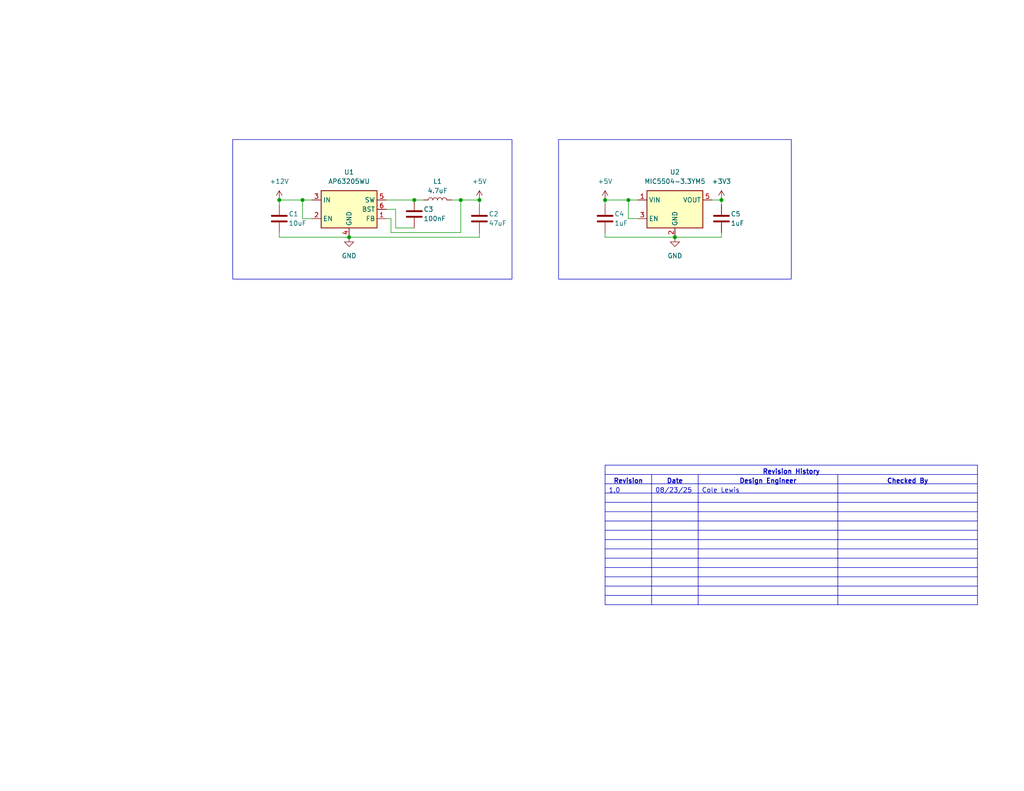
<source format=kicad_sch>
(kicad_sch (version 20250114) (generator "eeschema") (generator_version "9.0")
  (paper "A")
  (title_block (title "${PROJECTNAME}") (date "2025-08-21") (rev "1.0") (company "Formula Slug"))
  (lib_symbols
    (symbol "Device:C" (pin_numbers (hide yes)) (pin_names (offset 0.254))
      (property "Reference" "C" (at 0.635 2.54 0))
      (property "Value" "C" (at 0.635 -2.54 0))
      (symbol "C_0_1"
        (polyline (pts (xy -2.032 0.762) (xy 2.032 0.762)) (stroke (width 0.508)))
        (polyline (pts (xy -2.032 -0.762) (xy 2.032 -0.762)) (stroke (width 0.508)))
      )
      (symbol "C_1_1"
        (pin passive line (at 0 3.81 270) (length 2.794) (name "~") (number "1"))
        (pin passive line (at 0 -3.81 90) (length 2.794) (name "~") (number "2"))
      )
    )
    (symbol "Device:L" (pin_numbers (hide yes)) (pin_names (offset 1.016) (hide yes))
      (property "Reference" "L" (at -1.27 0 90))
      (property "Value" "L" (at 1.905 0 90))
      (symbol "L_0_1"
        (arc (start 0 2.54) (mid 0.6323 1.905) (end 0 1.27))
        (arc (start 0 1.27) (mid 0.6323 0.635) (end 0 0))
        (arc (start 0 0) (mid 0.6323 -0.635) (end 0 -1.27))
        (arc (start 0 -1.27) (mid 0.6323 -1.905) (end 0 -2.54))
      )
      (symbol "L_1_1"
        (pin passive line (at 0 3.81 270) (length 1.27) (name "1") (number "1"))
        (pin passive line (at 0 -3.81 90) (length 1.27) (name "2") (number "2"))
      )
    )
    (symbol "Regulator_Linear:MIC5504-3.3YM5"
      (property "Reference" "U" (at -7.62 8.89 0))
      (property "Value" "MIC5504-3.3YM5" (at -7.62 6.35 0))
      (symbol "MIC5504-3.3YM5_0_1"
        (rectangle (start -7.62 -5.08) (end 7.62 5.08) (stroke (width 0.254)) (fill (type background)))
      )
      (symbol "MIC5504-3.3YM5_1_1"
        (pin power_in line (at -10.16 2.54 0) (length 2.54) (name "VIN") (number "1"))
        (pin input line (at -10.16 -2.54 0) (length 2.54) (name "EN") (number "3"))
        (pin power_in line (at 0 -7.62 90) (length 2.54) (name "GND") (number "2"))
        (pin no_connect line (at 7.62 -2.54 180) (length 2.54) (hide yes) (name "NC") (number "4"))
        (pin power_out line (at 10.16 2.54 180) (length 2.54) (name "VOUT") (number "5"))
      )
    )
    (symbol "Regulator_Switching:AP63205WU"
      (property "Reference" "U" (at -7.62 6.35 0))
      (property "Value" "AP63205WU" (at 2.54 6.35 0))
      (symbol "AP63205WU_0_1"
        (rectangle (start -7.62 5.08) (end 7.62 -5.08) (stroke (width 0.254)) (fill (type background)))
      )
      (symbol "AP63205WU_1_1"
        (pin power_in line (at -10.16 2.54 0) (length 2.54) (name "IN") (number "3"))
        (pin input line (at -10.16 -2.54 0) (length 2.54) (name "EN") (number "2"))
        (pin power_in line (at 0 -7.62 90) (length 2.54) (name "GND") (number "4"))
        (pin output line (at 10.16 2.54 180) (length 2.54) (name "SW") (number "5"))
        (pin passive line (at 10.16 0 180) (length 2.54) (name "BST") (number "6"))
        (pin input line (at 10.16 -2.54 180) (length 2.54) (name "FB") (number "1"))
      )
    )
    (symbol "power:+12V" (power) (pin_numbers (hide yes)) (pin_names (offset 0) (hide yes))
      (property "Value" "+12V" (at 0 3.556 0))
      (symbol "+12V_0_1"
        (polyline (pts (xy -0.762 1.27) (xy 0 2.54)))
        (polyline (pts (xy 0 2.54) (xy 0.762 1.27)))
        (polyline (pts (xy 0 0) (xy 0 2.54)))
      )
      (symbol "+12V_1_1"
        (pin power_in line (at 0 0 90) (length 0) (name "~") (number "1"))
      )
    )
    (symbol "power:+3V3" (power) (pin_numbers (hide yes)) (pin_names (offset 0) (hide yes))
      (property "Value" "+3V3" (at 0 3.556 0))
      (symbol "+3V3_0_1"
        (polyline (pts (xy -0.762 1.27) (xy 0 2.54)))
        (polyline (pts (xy 0 2.54) (xy 0.762 1.27)))
        (polyline (pts (xy 0 0) (xy 0 2.54)))
      )
      (symbol "+3V3_1_1"
        (pin power_in line (at 0 0 90) (length 0) (name "~") (number "1"))
      )
    )
    (symbol "power:+5V" (power) (pin_numbers (hide yes)) (pin_names (offset 0) (hide yes))
      (property "Value" "+5V" (at 0 3.556 0))
      (symbol "+5V_0_1"
        (polyline (pts (xy -0.762 1.27) (xy 0 2.54)))
        (polyline (pts (xy 0 2.54) (xy 0.762 1.27)))
        (polyline (pts (xy 0 0) (xy 0 2.54)))
      )
      (symbol "+5V_1_1"
        (pin power_in line (at 0 0 90) (length 0) (name "~") (number "1"))
      )
    )
    (symbol "power:GND" (power) (pin_numbers (hide yes)) (pin_names (offset 0) (hide yes))
      (property "Value" "GND" (at 0 -3.81 0))
      (symbol "GND_0_1"
        (polyline (pts (xy 0 0) (xy 0 -1.27) (xy 1.27 -1.27) (xy 0 -2.54) (xy -1.27 -1.27) (xy 0 -1.27)))
      )
      (symbol "GND_1_1"
        (pin power_in line (at 0 0 270) (length 0) (name "~") (number "1"))
      )
    )
  )
  (rectangle (start 152.4 38.1) (end 215.9 76.2))
  (rectangle (start 63.5 38.1) (end 139.7 76.2))
  (junction (at 113.03 54.61))
  (junction (at 165.1 54.61))
  (junction (at 171.45 54.61))
  (junction (at 184.15 64.77))
  (junction (at 76.2 54.61))
  (junction (at 125.73 54.61))
  (junction (at 196.85 54.61))
  (junction (at 130.81 54.61))
  (junction (at 82.55 54.61))
  (junction (at 95.25 64.77))
  (wire (pts (xy 165.1 63.5) (xy 165.1 64.77)))
  (wire (pts (xy 106.68 63.5) (xy 125.73 63.5)))
  (wire (pts (xy 165.1 54.61) (xy 165.1 55.88)))
  (wire (pts (xy 76.2 63.5) (xy 76.2 64.77)))
  (wire (pts (xy 196.85 55.88) (xy 196.85 54.61)))
  (wire (pts (xy 130.81 55.88) (xy 130.81 54.61)))
  (wire (pts (xy 113.03 54.61) (xy 115.57 54.61)))
  (wire (pts (xy 130.81 54.61) (xy 125.73 54.61)))
  (wire (pts (xy 106.68 59.69) (xy 105.41 59.69)))
  (wire (pts (xy 196.85 63.5) (xy 196.85 64.77)))
  (wire (pts (xy 105.41 54.61) (xy 113.03 54.61)))
  (wire (pts (xy 107.95 62.23) (xy 107.95 57.15)))
  (wire (pts (xy 82.55 54.61) (xy 82.55 59.69)))
  (wire (pts (xy 165.1 64.77) (xy 184.15 64.77)))
  (wire (pts (xy 95.25 64.77) (xy 130.81 64.77)))
  (wire (pts (xy 173.99 54.61) (xy 171.45 54.61)))
  (wire (pts (xy 130.81 63.5) (xy 130.81 64.77)))
  (wire (pts (xy 171.45 59.69) (xy 171.45 54.61)))
  (wire (pts (xy 196.85 54.61) (xy 194.31 54.61)))
  (wire (pts (xy 173.99 59.69) (xy 171.45 59.69)))
  (wire (pts (xy 107.95 62.23) (xy 113.03 62.23)))
  (wire (pts (xy 76.2 64.77) (xy 95.25 64.77)))
  (wire (pts (xy 196.85 64.77) (xy 184.15 64.77)))
  (wire (pts (xy 107.95 57.15) (xy 105.41 57.15)))
  (wire (pts (xy 82.55 54.61) (xy 76.2 54.61)))
  (wire (pts (xy 106.68 63.5) (xy 106.68 59.69)))
  (wire (pts (xy 76.2 54.61) (xy 76.2 55.88)))
  (wire (pts (xy 125.73 54.61) (xy 125.73 63.5)))
  (wire (pts (xy 123.19 54.61) (xy 125.73 54.61)))
  (wire (pts (xy 82.55 59.69) (xy 85.09 59.69)))
  (wire (pts (xy 85.09 54.61) (xy 82.55 54.61)))
  (wire (pts (xy 165.1 54.61) (xy 171.45 54.61)))
  (table (column_count 4) (border (external yes) (header yes)) (separators (rows yes) (cols yes)) (column_widths 12.7 12.7 38.1 38.1) (row_heights 2.54 2.54 2.54 2.54 2.54 2.54 2.54 2.54 2.54 2.54 2.54 2.54 2.54 2.54 2.54) (cells (table_cell "Revision History" (at 165.1 127 0) (size 101.6 2.54) (margins 0.9525 0.9525 0.9525 0.9525) (span 4 1)) (table_cell "" (at 177.8 127 0) (size 12.7 2.54) (margins 0.9525 0.9525 0.9525 0.9525) (span 0 0)) (table_cell "" (at 190.5 127 0) (size 38.1 2.54) (margins 0.9525 0.9525 0.9525 0.9525) (span 0 0)) (table_cell "" (at 228.6 127 0) (size 38.1 2.54) (margins 0.9525 0.9525 0.9525 0.9525) (span 0 0)) (table_cell "Revision" (at 165.1 129.54 0) (size 12.7 2.54) (margins 0.9525 0.9525 0.9525 0.9525) (span 1 1)) (table_cell "Date" (at 177.8 129.54 0) (size 12.7 2.54) (margins 0.9525 0.9525 0.9525 0.9525) (span 1 1)) (table_cell "Design Engineer" (at 190.5 129.54 0) (size 38.1 2.54) (margins 0.9525 0.9525 0.9525 0.9525) (span 1 1)) (table_cell "Checked By" (at 228.6 129.54 0) (size 38.1 2.54) (margins 0.9525 0.9525 0.9525 0.9525) (span 1 1)) (table_cell "1.0" (at 165.1 132.08 0) (size 12.7 2.54) (margins 0.9525 0.9525 0.9525 0.9525) (span 1 1)) (table_cell "08/23/25" (at 177.8 132.08 0) (size 12.7 2.54) (margins 0.9525 0.9525 0.9525 0.9525) (span 1 1)) (table_cell "Cole Lewis" (at 190.5 132.08 0) (size 38.1 2.54) (margins 0.9525 0.9525 0.9525 0.9525) (span 1 1)) (table_cell "" (at 228.6 132.08 0) (size 38.1 2.54) (margins 0.9525 0.9525 0.9525 0.9525) (span 1 1)) (table_cell "" (at 165.1 134.62 0) (size 12.7 2.54) (margins 0.9525 0.9525 0.9525 0.9525) (span 1 1)) (table_cell "" (at 177.8 134.62 0) (size 12.7 2.54) (margins 0.9525 0.9525 0.9525 0.9525) (span 1 1)) (table_cell "" (at 190.5 134.62 0) (size 38.1 2.54) (margins 0.9525 0.9525 0.9525 0.9525) (span 1 1)) (table_cell "" (at 228.6 134.62 0) (size 38.1 2.54) (margins 0.9525 0.9525 0.9525 0.9525) (span 1 1)) (table_cell "" (at 165.1 137.16 0) (size 12.7 2.54) (margins 0.9525 0.9525 0.9525 0.9525) (span 1 1)) (table_cell "" (at 177.8 137.16 0) (size 12.7 2.54) (margins 0.9525 0.9525 0.9525 0.9525) (span 1 1)) (table_cell "" (at 190.5 137.16 0) (size 38.1 2.54) (margins 0.9525 0.9525 0.9525 0.9525) (span 1 1)) (table_cell "" (at 228.6 137.16 0) (size 38.1 2.54) (margins 0.9525 0.9525 0.9525 0.9525) (span 1 1)) (table_cell "" (at 165.1 139.7 0) (size 12.7 2.54) (margins 0.9525 0.9525 0.9525 0.9525) (span 1 1)) (table_cell "" (at 177.8 139.7 0) (size 12.7 2.54) (margins 0.9525 0.9525 0.9525 0.9525) (span 1 1)) (table_cell "" (at 190.5 139.7 0) (size 38.1 2.54) (margins 0.9525 0.9525 0.9525 0.9525) (span 1 1)) (table_cell "" (at 228.6 139.7 0) (size 38.1 2.54) (margins 0.9525 0.9525 0.9525 0.9525) (span 1 1)) (table_cell "" (at 165.1 142.24 0) (size 12.7 2.54) (margins 0.9525 0.9525 0.9525 0.9525) (span 1 1)) (table_cell "" (at 177.8 142.24 0) (size 12.7 2.54) (margins 0.9525 0.9525 0.9525 0.9525) (span 1 1)) (table_cell "" (at 190.5 142.24 0) (size 38.1 2.54) (margins 0.9525 0.9525 0.9525 0.9525) (span 1 1)) (table_cell "" (at 228.6 142.24 0) (size 38.1 2.54) (margins 0.9525 0.9525 0.9525 0.9525) (span 1 1)) (table_cell "" (at 165.1 144.78 0) (size 12.7 2.54) (margins 0.9525 0.9525 0.9525 0.9525) (span 1 1)) (table_cell "" (at 177.8 144.78 0) (size 12.7 2.54) (margins 0.9525 0.9525 0.9525 0.9525) (span 1 1)) (table_cell "" (at 190.5 144.78 0) (size 38.1 2.54) (margins 0.9525 0.9525 0.9525 0.9525) (span 1 1)) (table_cell "" (at 228.6 144.78 0) (size 38.1 2.54) (margins 0.9525 0.9525 0.9525 0.9525) (span 1 1)) (table_cell "" (at 165.1 147.32 0) (size 12.7 2.54) (margins 0.9525 0.9525 0.9525 0.9525) (span 1 1)) (table_cell "" (at 177.8 147.32 0) (size 12.7 2.54) (margins 0.9525 0.9525 0.9525 0.9525) (span 1 1)) (table_cell "" (at 190.5 147.32 0) (size 38.1 2.54) (margins 0.9525 0.9525 0.9525 0.9525) (span 1 1)) (table_cell "" (at 228.6 147.32 0) (size 38.1 2.54) (margins 0.9525 0.9525 0.9525 0.9525) (span 1 1)) (table_cell "" (at 165.1 149.86 0) (size 12.7 2.54) (margins 0.9525 0.9525 0.9525 0.9525) (span 1 1)) (table_cell "" (at 177.8 149.86 0) (size 12.7 2.54) (margins 0.9525 0.9525 0.9525 0.9525) (span 1 1)) (table_cell "" (at 190.5 149.86 0) (size 38.1 2.54) (margins 0.9525 0.9525 0.9525 0.9525) (span 1 1)) (table_cell "" (at 228.6 149.86 0) (size 38.1 2.54) (margins 0.9525 0.9525 0.9525 0.9525) (span 1 1)) (table_cell "" (at 165.1 152.4 0) (size 12.7 2.54) (margins 0.9525 0.9525 0.9525 0.9525) (span 1 1)) (table_cell "" (at 177.8 152.4 0) (size 12.7 2.54) (margins 0.9525 0.9525 0.9525 0.9525) (span 1 1)) (table_cell "" (at 190.5 152.4 0) (size 38.1 2.54) (margins 0.9525 0.9525 0.9525 0.9525) (span 1 1)) (table_cell "" (at 228.6 152.4 0) (size 38.1 2.54) (margins 0.9525 0.9525 0.9525 0.9525) (span 1 1)) (table_cell "" (at 165.1 154.94 0) (size 12.7 2.54) (margins 0.9525 0.9525 0.9525 0.9525) (span 1 1)) (table_cell "" (at 177.8 154.94 0) (size 12.7 2.54) (margins 0.9525 0.9525 0.9525 0.9525) (span 1 1)) (table_cell "" (at 190.5 154.94 0) (size 38.1 2.54) (margins 0.9525 0.9525 0.9525 0.9525) (span 1 1)) (table_cell "" (at 228.6 154.94 0) (size 38.1 2.54) (margins 0.9525 0.9525 0.9525 0.9525) (span 1 1)) (table_cell "" (at 165.1 157.48 0) (size 12.7 2.54) (margins 0.9525 0.9525 0.9525 0.9525) (span 1 1)) (table_cell "" (at 177.8 157.48 0) (size 12.7 2.54) (margins 0.9525 0.9525 0.9525 0.9525) (span 1 1)) (table_cell "" (at 190.5 157.48 0) (size 38.1 2.54) (margins 0.9525 0.9525 0.9525 0.9525) (span 1 1)) (table_cell "" (at 228.6 157.48 0) (size 38.1 2.54) (margins 0.9525 0.9525 0.9525 0.9525) (span 1 1)) (table_cell "" (at 165.1 160.02 0) (size 12.7 2.54) (margins 0.9525 0.9525 0.9525 0.9525) (span 1 1)) (table_cell "" (at 177.8 160.02 0) (size 12.7 2.54) (margins 0.9525 0.9525 0.9525 0.9525) (span 1 1)) (table_cell "" (at 190.5 160.02 0) (size 38.1 2.54) (margins 0.9525 0.9525 0.9525 0.9525) (span 1 1)) (table_cell "" (at 228.6 160.02 0) (size 38.1 2.54) (margins 0.9525 0.9525 0.9525 0.9525) (span 1 1)) (table_cell "" (at 165.1 162.56 0) (size 12.7 2.54) (margins 0.9525 0.9525 0.9525 0.9525) (span 1 1)) (table_cell "" (at 177.8 162.56 0) (size 12.7 2.54) (margins 0.9525 0.9525 0.9525 0.9525) (span 1 1)) (table_cell "" (at 190.5 162.56 0) (size 38.1 2.54) (margins 0.9525 0.9525 0.9525 0.9525) (span 1 1)) (table_cell "" (at 228.6 162.56 0) (size 38.1 2.54) (margins 0.9525 0.9525 0.9525 0.9525) (span 1 1))))
  (symbol (lib_id "Device:C") (at 130.81 59.69 180) (unit 1)
    (property "Reference" "C2" (at 133.35 58.42 0) (effects (justify right)))
    (property "Value" "47uF" (at 133.35 60.96 0) (effects (justify right)))
    (property "Footprint" "Capacitor_SMD:C_0805_2012Metric_Pad1.18x1.45mm_HandSolder" (effects (hide yes)))
    (property "Datasheet" "https://mm.digikey.com/Volume0/opasdata/d220001/medias/docus/658/CL21A476MQYNNNE_Spec.pdf" (effects (hide yes)))
    (property "Description" "Unpolarized capacitor" (effects (hide yes)))
    (property "Manufacturer" "Samsung Electro-Mechanics" (effects (hide yes)))
    (property "PN" "CL21A476MQYNNNE" (effects (hide yes)))
  )
  (symbol (lib_id "Regulator_Linear:MIC5504-3.3YM5") (at 184.15 57.15 0) (unit 1)
    (property "Reference" "U2" (at 184.15 46.99 0))
    (property "Value" "MIC5504-3.3YM5" (at 184.15 49.53 0))
    (property "Footprint" "Package_TO_SOT_SMD:SOT-23-5" (effects (hide yes)))
    (property "Datasheet" "http://ww1.microchip.com/downloads/en/DeviceDoc/MIC550X.pdf" (effects (hide yes)))
    (property "Description" "300mA Low-dropout Voltage Regulator, Vout 3.3V, Vin up to 5.5V, SOT-23" (effects (hide yes)))
  )
  (symbol (lib_id "Device:C") (at 196.85 59.69 180) (unit 1)
    (property "Reference" "C5" (at 199.39 58.42 0) (effects (justify right)))
    (property "Value" "1uF" (at 199.39 60.96 0) (effects (justify right)))
    (property "Footprint" "Capacitor_SMD:C_0805_2012Metric_Pad1.18x1.45mm_HandSolder" (effects (hide yes)))
    (property "Datasheet" "https://mm.digikey.com/Volume0/opasdata/d220001/medias/docus/609/CL21B105KBFNNNE_Spec.pdf" (effects (hide yes)))
    (property "Description" "Unpolarized capacitor" (effects (hide yes)))
    (property "Manufacturer" "Samsung Electro-Mechanics" (effects (hide yes)))
    (property "PN" "CL21B105KBFNNNE" (effects (hide yes)))
  )
  (symbol (lib_id "Device:C") (at 165.1 59.69 180) (unit 1)
    (property "Reference" "C4" (at 167.64 58.42 0) (effects (justify right)))
    (property "Value" "1uF" (at 167.64 60.96 0) (effects (justify right)))
    (property "Footprint" "Capacitor_SMD:C_0805_2012Metric_Pad1.18x1.45mm_HandSolder" (effects (hide yes)))
    (property "Datasheet" "https://mm.digikey.com/Volume0/opasdata/d220001/medias/docus/609/CL21B105KBFNNNE_Spec.pdf" (effects (hide yes)))
    (property "Description" "Unpolarized capacitor" (effects (hide yes)))
    (property "Manufacturer" "Samsung Electro-Mechanics" (effects (hide yes)))
    (property "PN" "CL21B105KBFNNNE" (effects (hide yes)))
  )
  (symbol (lib_id "power:+5V") (at 130.81 54.61 0) (unit 1)
    (property "Reference" "#PWR06" (effects (hide yes)))
    (property "Value" "+5V" (at 130.81 49.53 0))
    (property "Description" "Power symbol creates a global label with name \"+5V\"" (effects (hide yes)))
  )
  (symbol (lib_id "power:GND") (at 184.15 64.77 0) (unit 1)
    (property "Reference" "#PWR03" (effects (hide yes)))
    (property "Value" "GND" (at 184.15 69.85 0))
    (property "Description" "Power symbol creates a global label with name \"GND\" , ground" (effects (hide yes)))
  )
  (symbol (lib_id "Regulator_Switching:AP63205WU") (at 95.25 57.15 0) (unit 1)
    (property "Reference" "U1" (at 95.25 46.99 0))
    (property "Value" "AP63205WU" (at 95.25 49.53 0))
    (property "Footprint" "Package_TO_SOT_SMD:TSOT-23-6" (effects (hide yes)))
    (property "Datasheet" "https://www.diodes.com/assets/Datasheets/AP63200-AP63201-AP63203-AP63205.pdf" (effects (hide yes)))
    (property "Description" "2A, 1.1MHz Buck DC/DC Converter, fixed 5.0V output voltage, TSOT-23-6" (effects (hide yes)))
  )
  (symbol (lib_id "power:+12V") (at 76.2 54.61 0) (unit 1)
    (property "Reference" "#PWR04" (effects (hide yes)))
    (property "Value" "+12V" (at 76.2 49.53 0))
    (property "Description" "Power symbol creates a global label with name \"+12V\"" (effects (hide yes)))
  )
  (symbol (lib_id "power:+3V3") (at 196.85 54.61 0) (unit 1)
    (property "Reference" "#PWR02" (effects (hide yes)))
    (property "Value" "+3V3" (at 196.85 49.53 0))
    (property "Description" "Power symbol creates a global label with name \"+3V3\"" (effects (hide yes)))
  )
  (symbol (lib_id "Device:C") (at 76.2 59.69 180) (unit 1)
    (property "Reference" "C1" (at 78.74 58.42 0) (effects (justify right)))
    (property "Value" "10uF" (at 78.74 60.96 0) (effects (justify right)))
    (property "Footprint" "Capacitor_SMD:C_0805_2012Metric_Pad1.18x1.45mm_HandSolder" (effects (hide yes)))
    (property "Datasheet" "https://mm.digikey.com/Volume0/opasdata/d220001/medias/docus/658/CL21A106KOQNNNG_Spec.pdf" (effects (hide yes)))
    (property "Description" "Unpolarized capacitor" (effects (hide yes)))
    (property "Manufacturer" "Samsung Electro-Mechanics" (effects (hide yes)))
    (property "PN" "CL21A106KOQNNNG" (effects (hide yes)))
  )
  (symbol (lib_id "power:GND") (at 95.25 64.77 0) (unit 1)
    (property "Reference" "#PWR05" (effects (hide yes)))
    (property "Value" "GND" (at 95.25 69.85 0))
    (property "Description" "Power symbol creates a global label with name \"GND\" , ground" (effects (hide yes)))
  )
  (symbol (lib_id "power:+5V") (at 165.1 54.61 0) (unit 1)
    (property "Reference" "#PWR01" (effects (hide yes)))
    (property "Value" "+5V" (at 165.1 49.53 0))
    (property "Description" "Power symbol creates a global label with name \"+5V\"" (effects (hide yes)))
  )
  (symbol (lib_id "Device:C") (at 113.03 58.42 180) (unit 1)
    (property "Reference" "C3" (at 115.57 57.15 0) (effects (justify right)))
    (property "Value" "100nF" (at 115.57 59.69 0) (effects (justify right)))
    (property "Footprint" "Capacitor_SMD:C_0805_2012Metric_Pad1.18x1.45mm_HandSolder" (effects (hide yes)))
    (property "Datasheet" "https://www.yageo.com/upload/media/product/productsearch/datasheet/mlcc/UPY-GPHC_X7R_6.3V-to-250V_24.pdf" (effects (hide yes)))
    (property "Description" "Unpolarized capacitor" (effects (hide yes)))
    (property "Manufacturer" "Yageo" (effects (hide yes)))
    (property "PN" "CC0805KRX7R9BB104" (effects (hide yes)))
  )
  (symbol (lib_id "Device:L") (at 119.38 54.61 90) (unit 1)
    (property "Reference" "L1" (at 119.38 49.53 90))
    (property "Value" "4.7uF" (at 119.38 52.07 90))
    (property "Footprint" "Inductor_SMD:L_Bourns_SRP5030T" (effects (hide yes)))
    (property "Datasheet" "https://www.bourns.com/docs/Product-Datasheets/SRP5030TA.pdf" (effects (hide yes)))
    (property "Description" "Inductor" (effects (hide yes)))
    (property "Manufacturer" "Bourns" (effects (hide yes)))
    (property "PN" "SRP5030TA-4R7M" (effects (hide yes)))
  )
)
</source>
